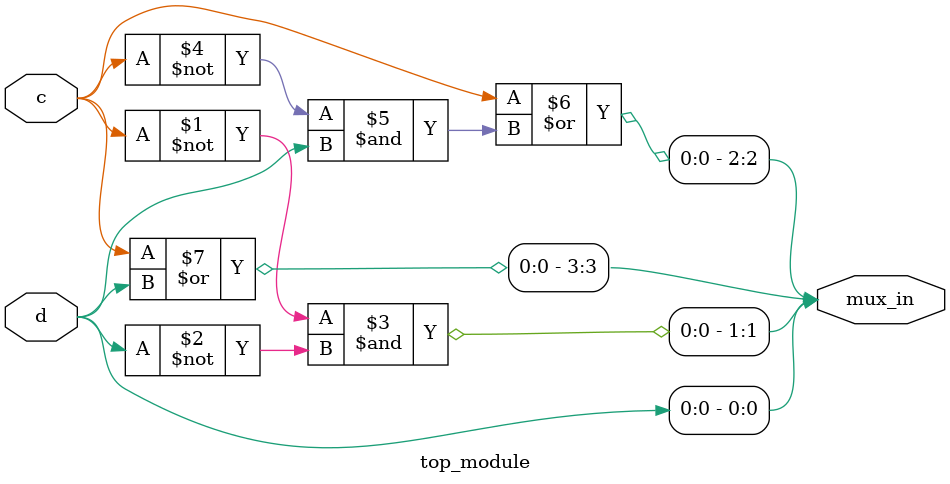
<source format=sv>
module top_module (
    input c,
    input d,
    output [3:0] mux_in
);

    assign mux_in[0] = d;           // ab = 00, mux_in[0]
    assign mux_in[1] = ~c & ~d;     // ab = 01, mux_in[1]
    assign mux_in[2] = c | (~c & d);// ab = 11, mux_in[2]
    assign mux_in[3] = c | d;       // ab = 10, mux_in[3]

endmodule

</source>
